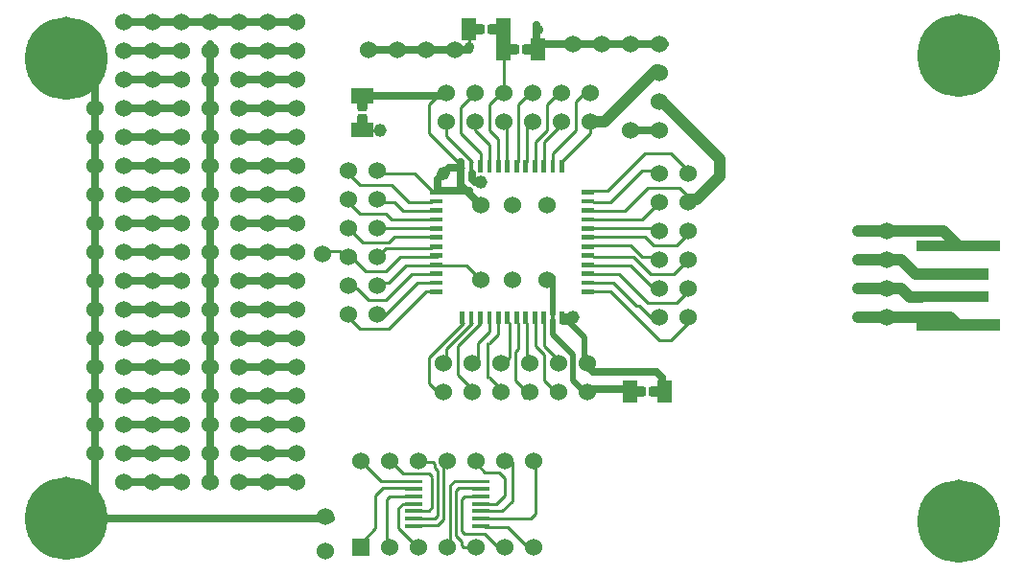
<source format=gbr>
G04 start of page 2 for group 0 idx 0 *
G04 Title: (unknown), top *
G04 Creator: pcb 4.2.0 *
G04 CreationDate: Mon May  4 13:26:18 2020 UTC *
G04 For: xpi *
G04 Format: Gerber/RS-274X *
G04 PCB-Dimensions (mil): 3500.00 2000.00 *
G04 PCB-Coordinate-Origin: lower left *
%MOIN*%
%FSLAX25Y25*%
%LNTOP*%
%ADD25C,0.0197*%
%ADD24C,0.1535*%
%ADD23C,0.0350*%
%ADD22C,0.0280*%
%ADD21C,0.0360*%
%ADD20C,0.0460*%
%ADD19C,0.0600*%
%ADD18C,0.0001*%
%ADD17C,0.0669*%
%ADD16C,0.2874*%
%ADD15C,0.0300*%
%ADD14C,0.0200*%
%ADD13C,0.0400*%
%ADD12C,0.0100*%
%ADD11C,0.0250*%
G54D11*X70000Y32500D02*Y185000D01*
X80000Y132500D02*X97500D01*
X80000Y122500D02*X97500D01*
X80000Y112500D02*X97500D01*
X80000Y42500D02*X97500D01*
X80000Y32500D02*X97500D01*
X80000Y182500D02*X97500D01*
X80000Y172500D02*X97500D01*
X80000Y162500D02*X97500D01*
X80000Y152500D02*X97500D01*
X80000Y142500D02*X97500D01*
X80000Y102500D02*X97500D01*
X80000Y92500D02*X97500D01*
X80000Y82500D02*X97500D01*
X40000Y192500D02*X101500D01*
X40000Y112500D02*X57500D01*
X40000Y122500D02*X57500D01*
X40000Y132500D02*X57500D01*
X40000Y142500D02*X57500D01*
X40000Y152500D02*X57500D01*
X40000Y162500D02*X57500D01*
X40000Y172500D02*X57500D01*
X40000Y182500D02*X57500D01*
X30000Y27500D02*Y177500D01*
X27500Y180000D01*
G54D12*X133000Y136000D02*X122000D01*
X128000Y140000D02*X141000D01*
X128000Y130000D02*X134000D01*
X122000Y136000D02*X118000Y140000D01*
X122000Y126000D02*X118000Y130000D01*
X141000Y140000D02*X147000Y134000D01*
Y130000D02*X139000D01*
X133000Y136000D02*X139000Y130000D01*
X134000D02*X137000Y127000D01*
G54D11*X154000Y183000D02*X155000Y184000D01*
G54D12*X167000Y150000D02*X162000Y155000D01*
G54D11*X134000Y183000D02*X135000Y184000D01*
X125000Y183000D02*X160000D01*
X183500Y191500D02*Y186000D01*
G54D12*X137000Y127000D02*X148000D01*
X133000Y124000D02*X131000Y126000D01*
X122000D01*
X147000Y124000D02*X133000D01*
X128000Y121000D02*X148000D01*
X147000Y118000D02*X134000D01*
X147000Y114000D02*X131000D01*
X136000Y111000D02*X149000D01*
X138000Y108000D02*X148000D01*
X140000Y105000D02*X148000D01*
X147000Y102000D02*X142000D01*
X147000Y99000D02*X145000D01*
X134000Y118000D02*X132000Y116000D01*
X123000D01*
X118000Y121000D01*
X131000Y114000D02*X128000Y111000D01*
X129000Y102000D02*X132000D01*
X138000Y108000D01*
X118000Y110000D02*X120000D01*
X124000Y106000D01*
X109000Y113000D02*X115000D01*
X117000Y111000D01*
X124000Y106000D02*X131000D01*
X136000Y111000D01*
X118000Y100000D02*X121000D01*
X125000Y96000D01*
X131000D01*
X140000Y105000D01*
X142000Y102000D02*X130000Y90000D01*
X145000Y99000D02*X132000Y86000D01*
X122000D01*
X118000Y90000D01*
G54D11*X80000Y72500D02*X97500D01*
X80000Y62500D02*X97500D01*
X80000Y52500D02*X97500D01*
X40000Y32500D02*X57500D01*
X40000Y42500D02*X57500D01*
X40000Y52500D02*X57500D01*
X40000Y62500D02*X57500D01*
X40000Y72500D02*X57500D01*
X40000Y82500D02*X57500D01*
X40000Y92500D02*X57500D01*
X40000Y102500D02*X57500D01*
X32000Y20000D02*X112000D01*
G54D12*X143500Y17500D02*X149000D01*
X151000Y19500D01*
X143500Y20000D02*X148000D01*
X149000Y21000D01*
X143500Y22500D02*X146000D01*
X147000Y24000D01*
X151000Y19500D02*Y38500D01*
X152500Y40000D01*
X149000Y21000D02*Y36500D01*
X147000Y24000D02*Y34000D01*
X153500Y31500D02*Y12500D01*
X149000Y36500D02*X148000Y37500D01*
X147000Y34500D02*X146000Y35500D01*
X137000D01*
X148000Y37500D02*Y39000D01*
X147500Y39500D01*
X143000D01*
X161500Y33000D02*X155000D01*
X161500Y30500D02*X156500D01*
X155500Y29500D01*
X165500Y36000D02*X163000Y38500D01*
X155000Y33000D02*X153500Y31500D01*
X137000Y35500D02*X133000Y39500D01*
X129500Y33000D02*X123500Y39000D01*
X130000Y30500D02*X127500Y28000D01*
Y16500D01*
X122000Y11000D01*
X131500Y26500D02*Y11500D01*
X132500Y10500D01*
X138500Y33000D02*X129500D01*
X138000Y30500D02*X130000D01*
X138500Y27500D02*X132500D01*
X131500Y26500D01*
X138500Y25000D02*X137000D01*
X135500Y23500D01*
Y16500D01*
X141500Y10500D01*
X153500Y12500D02*X152500Y11500D01*
X155500Y29500D02*Y14000D01*
X161500Y27500D02*X158500D01*
X157500Y26500D01*
Y15500D01*
X158500Y14500D01*
X155500Y14000D02*X157500Y12000D01*
Y10500D01*
X158000Y10000D01*
X160000D01*
X160500Y10500D01*
X158500Y14500D02*X165500D01*
X170500Y9500D01*
X165500Y17000D02*X173500D01*
X166000Y20000D02*X181500D01*
X183000Y21500D01*
X166000Y22500D02*X171500D01*
X166500Y25000D02*X169500D01*
X172500Y28000D01*
X173500Y17000D02*X180500Y10000D01*
X183000Y21500D02*Y39500D01*
X171500Y22500D02*X175000Y26000D01*
Y39500D01*
X174000Y40500D01*
X172500Y28000D02*Y34000D01*
X170500Y36000D01*
X165500D01*
G54D13*X324685Y120000D02*X329969Y114716D01*
X295000Y120000D02*X324685D01*
X295000Y110000D02*X310000D01*
X295000Y90000D02*X327126D01*
X295000Y100000D02*X310000D01*
X327126Y90000D02*X329969Y87157D01*
X310000Y110000D02*X315000Y105000D01*
X318000D01*
X310000Y100000D02*X313000Y97000D01*
X317000D01*
G54D12*X151000Y168000D02*X150000D01*
X146000Y164000D01*
Y154000D01*
X152000Y158000D02*Y153000D01*
X157000Y154000D02*Y163000D01*
X161000Y167000D01*
G54D11*X123000D02*X150000D01*
G54D12*X129000Y155000D02*X123000D01*
X146000Y154000D02*X158000Y142000D01*
X152000Y153000D02*X161000Y144000D01*
X164000D02*Y147000D01*
X157000Y154000D01*
G54D11*X153000Y142000D02*X157000D01*
X160000Y133000D02*X164000Y129000D01*
X161000Y132000D01*
X157000Y144000D02*Y136000D01*
X163000Y130000D01*
X161000Y140000D02*Y138000D01*
X162000Y137000D01*
X150000Y134000D02*X160000D01*
X149000D02*Y138000D01*
X153000Y142000D01*
G54D12*X167000Y144000D02*Y150000D01*
X170000Y144500D02*Y152000D01*
X173000Y144000D02*Y156000D01*
X170000Y152000D02*X167000Y155000D01*
Y164000D01*
X171000Y168000D01*
X173000Y156000D02*X172000Y157000D01*
X177000Y144000D02*Y164000D01*
X172000Y169000D02*Y182000D01*
X184000Y183000D02*Y191000D01*
X160000Y184000D02*Y190000D01*
X177000Y164000D02*X181000Y168000D01*
X187000Y164000D02*X191000Y168000D01*
X197000Y165000D02*X201000Y169000D01*
X180000Y144000D02*Y156000D01*
X183000Y144000D02*Y151000D01*
X186000Y144000D02*Y151000D01*
X180000Y156000D02*X182000Y158000D01*
X183000Y151000D02*X187000Y155000D01*
Y164000D01*
X186000Y151000D02*X191000Y156000D01*
X197000Y155000D02*Y165000D01*
X189000Y144000D02*Y147000D01*
X197000Y155000D01*
X192000Y144000D02*X202000Y154000D01*
Y157000D01*
G54D13*Y158000D02*X207000D01*
G54D11*X205000Y185000D02*X206000Y186000D01*
X185000Y185000D02*X228000D01*
X183500Y186000D02*X184500Y185000D01*
G54D12*X202000Y134000D02*X208000D01*
X203000Y130000D02*X209000D01*
X202000Y127000D02*X214000D01*
X208000Y134000D02*X221000Y147000D01*
X209000Y130000D02*X220000Y141000D01*
X214000Y127000D02*X222000Y135000D01*
X220000Y124000D02*X226000Y130000D01*
X203000Y124000D02*X220000D01*
X202000Y121000D02*X225000D01*
X202000Y118000D02*X221000D01*
G54D13*X207000Y158000D02*X225000Y176000D01*
G54D11*X216000Y155000D02*X226000D01*
X225000Y185000D02*X226000Y186000D01*
G54D12*X221000Y147000D02*X230000D01*
X236000Y141000D01*
X220000D02*X225000D01*
X226000Y140000D01*
X222000Y135000D02*X233000D01*
X236000Y132000D01*
G54D13*Y131000D02*X239000D01*
X247000Y139000D01*
Y145000D01*
X227000Y165000D01*
G54D12*X225000Y121000D02*X226000Y120000D01*
X221000Y118000D02*X224000Y115000D01*
X232000D01*
X237000Y120000D01*
X223000Y105000D02*X231000D01*
X222000Y95000D02*X232000D01*
X236000Y99000D01*
X231000Y105000D02*X235000Y109000D01*
X203000Y115000D02*X216000D01*
X220000Y111000D01*
X217000D02*X223000Y105000D01*
X216000Y108000D02*X224000Y100000D01*
X220000Y111000D02*X226000D01*
X203000D02*X217000D01*
X203000Y108000D02*X216000D01*
X203000Y105000D02*X212000D01*
X203000Y102000D02*X210000D01*
X212000Y105000D02*X222000Y95000D01*
X210000Y102000D02*X218000Y94000D01*
X219000D01*
X225000Y88000D01*
X202000Y99000D02*X209000D01*
X226000Y82000D01*
X230000D01*
X237000Y89000D01*
X150000Y74000D02*X149000D01*
X160000Y64000D02*Y66000D01*
X156000Y70000D01*
X146000Y67000D02*X150000Y63000D01*
X152000Y79000D02*Y76000D01*
X156000Y70000D02*Y80000D01*
X152000Y76000D02*X151000Y75000D01*
X146000Y67000D02*Y76000D01*
X150000Y80000D01*
X172000Y62000D02*X171000Y63000D01*
X179000Y62000D02*X181000Y64000D01*
X170000D02*Y66000D01*
X167000Y69000D01*
X176000Y68000D02*X181000Y63000D01*
X186000Y68000D02*X190000Y64000D01*
G54D14*X196000Y68000D02*X200000Y64000D01*
G54D11*X201000Y65000D02*X215000D01*
X227000D02*Y69000D01*
X225000Y71000D01*
X203000D01*
G54D12*X158000Y88000D02*X150000Y80000D01*
X161000Y88000D02*X152000Y79000D01*
X156000Y80000D02*X164000Y88000D01*
X150000Y108000D02*X159000D01*
X164000Y103000D01*
X167000Y88000D02*Y85000D01*
X163000Y81000D01*
Y75000D01*
X162000Y74000D01*
X166500Y69000D02*Y81000D01*
X167000D02*X170000Y84000D01*
Y88000D01*
X174000D02*Y76000D01*
X177000Y88000D02*Y79000D01*
X180000Y88000D02*Y76000D01*
X174000D02*X172000Y74000D01*
X177000Y79000D02*X176000Y78000D01*
Y68000D01*
X180000Y76000D02*X181000Y75000D01*
X183000Y88000D02*Y80000D01*
X186000Y77000D01*
Y88000D02*Y80000D01*
Y77000D02*Y68000D01*
Y80000D02*X190000Y76000D01*
G54D14*X196000Y77000D02*Y68000D01*
X195000Y88000D02*X200000Y83000D01*
Y74000D01*
X189000Y89000D02*Y84000D01*
X196000Y77000D01*
G54D12*X192000Y88000D02*X195000D01*
G54D14*X189000Y91000D02*Y104000D01*
G54D15*X196000Y90000D02*X193000D01*
G54D11*X203000Y71000D02*X200000Y74000D01*
G54D16*X330000Y19000D03*
G54D17*Y7977D03*
X320453Y13489D03*
Y24511D03*
X330000Y30023D03*
X339547Y13489D03*
Y24511D03*
X20000Y191023D03*
X29547Y174489D03*
Y185511D03*
G54D16*X20000Y180000D03*
G54D17*Y168977D03*
X10453Y174489D03*
Y185511D03*
G54D16*X330000Y181000D03*
G54D17*Y169977D03*
X320453Y175489D03*
Y186511D03*
X330000Y192023D03*
X339547Y175489D03*
Y186511D03*
G54D16*X20000Y20000D03*
G54D17*Y8977D03*
X10453Y14489D03*
Y25511D03*
X20000Y31023D03*
X29547Y14489D03*
Y25511D03*
G54D18*G36*
X119500Y13000D02*Y7000D01*
X125500D01*
Y13000D01*
X119500D01*
G37*
G54D19*X132500Y10000D03*
X142500D03*
X152500D03*
X162500D03*
X172500D03*
X182500D03*
Y40000D03*
X172500D03*
X162500D03*
X152500D03*
X142500D03*
X132500D03*
X122500D03*
G54D18*G36*
X121623Y160410D02*Y158442D01*
X124377D01*
Y160410D01*
X121623D01*
G37*
G36*
Y163558D02*Y161590D01*
X124377D01*
Y163558D01*
X121623D01*
G37*
G36*
X121032Y159917D02*Y156965D01*
X124968D01*
Y159917D01*
X121032D01*
G37*
G36*
Y165035D02*Y162083D01*
X124968D01*
Y165035D01*
X121032D01*
G37*
G36*
X119260Y157654D02*Y152536D01*
X126740D01*
Y157654D01*
X119260D01*
G37*
G36*
Y169464D02*Y164346D01*
X126740D01*
Y169464D01*
X119260D01*
G37*
G36*
X177410Y184377D02*X175442D01*
Y181623D01*
X177410D01*
Y184377D01*
G37*
G36*
X176917Y184968D02*X173965D01*
Y181032D01*
X176917D01*
Y184968D01*
G37*
G36*
X174654Y186740D02*X169536D01*
Y179260D01*
X174654D01*
Y186740D01*
G37*
G36*
X180558Y184377D02*X178590D01*
Y181623D01*
X180558D01*
Y184377D01*
G37*
G36*
X182035Y184968D02*X179083D01*
Y181032D01*
X182035D01*
Y184968D01*
G37*
G36*
X186464Y186740D02*X181346D01*
Y179260D01*
X186464D01*
Y186740D01*
G37*
G36*
X165410Y191377D02*X163442D01*
Y188623D01*
X165410D01*
Y191377D01*
G37*
G36*
X168558D02*X166590D01*
Y188623D01*
X168558D01*
Y191377D01*
G37*
G36*
X164917Y191968D02*X161965D01*
Y188032D01*
X164917D01*
Y191968D01*
G37*
G36*
X170035D02*X167083D01*
Y188032D01*
X170035D01*
Y191968D01*
G37*
G36*
X162654Y193740D02*X157536D01*
Y186260D01*
X162654D01*
Y193740D01*
G37*
G36*
X174464D02*X169346D01*
Y186260D01*
X174464D01*
Y193740D01*
G37*
G36*
X315401Y116685D02*Y112748D01*
X344535D01*
Y116685D01*
X315401D01*
G37*
G36*
Y106843D02*Y102906D01*
X340598D01*
Y106843D01*
X315401D01*
G37*
G36*
Y98969D02*Y95032D01*
X340598D01*
Y98969D01*
X315401D01*
G37*
G36*
Y89126D02*Y85189D01*
X344535D01*
Y89126D01*
X315401D01*
G37*
G36*
X146378Y134109D02*Y132535D01*
X150878D01*
Y134109D01*
X146378D01*
G37*
G36*
Y130960D02*Y129386D01*
X150878D01*
Y130960D01*
X146378D01*
G37*
G36*
Y127810D02*Y126236D01*
X150878D01*
Y127810D01*
X146378D01*
G37*
G36*
Y124661D02*Y123087D01*
X150878D01*
Y124661D01*
X146378D01*
G37*
G36*
Y121511D02*Y119937D01*
X150878D01*
Y121511D01*
X146378D01*
G37*
G36*
Y118361D02*Y116787D01*
X150878D01*
Y118361D01*
X146378D01*
G37*
G36*
Y115212D02*Y113638D01*
X150878D01*
Y115212D01*
X146378D01*
G37*
G36*
Y112062D02*Y110488D01*
X150878D01*
Y112062D01*
X146378D01*
G37*
G36*
Y108913D02*Y107339D01*
X150878D01*
Y108913D01*
X146378D01*
G37*
G36*
Y105763D02*Y104189D01*
X150878D01*
Y105763D01*
X146378D01*
G37*
G36*
Y102613D02*Y101039D01*
X150878D01*
Y102613D01*
X146378D01*
G37*
G36*
Y99464D02*Y97890D01*
X150878D01*
Y99464D01*
X146378D01*
G37*
G36*
X158465Y91878D02*X156891D01*
Y87378D01*
X158465D01*
Y91878D01*
G37*
G36*
X161614D02*X160040D01*
Y87378D01*
X161614D01*
Y91878D01*
G37*
G36*
X164764D02*X163190D01*
Y87378D01*
X164764D01*
Y91878D01*
G37*
G36*
X167913D02*X166339D01*
Y87378D01*
X167913D01*
Y91878D01*
G37*
G36*
X171063D02*X169489D01*
Y87378D01*
X171063D01*
Y91878D01*
G37*
G36*
X174213D02*X172639D01*
Y87378D01*
X174213D01*
Y91878D01*
G37*
G36*
X177362D02*X175788D01*
Y87378D01*
X177362D01*
Y91878D01*
G37*
G36*
X180512D02*X178938D01*
Y87378D01*
X180512D01*
Y91878D01*
G37*
G36*
X183661D02*X182087D01*
Y87378D01*
X183661D01*
Y91878D01*
G37*
G36*
X186811D02*X185237D01*
Y87378D01*
X186811D01*
Y91878D01*
G37*
G36*
X189961D02*X188387D01*
Y87378D01*
X189961D01*
Y91878D01*
G37*
G36*
X193110D02*X191536D01*
Y87378D01*
X193110D01*
Y91878D01*
G37*
G36*
X199122Y99465D02*Y97891D01*
X203622D01*
Y99465D01*
X199122D01*
G37*
G36*
Y102614D02*Y101040D01*
X203622D01*
Y102614D01*
X199122D01*
G37*
G36*
Y105764D02*Y104190D01*
X203622D01*
Y105764D01*
X199122D01*
G37*
G36*
Y108913D02*Y107339D01*
X203622D01*
Y108913D01*
X199122D01*
G37*
G36*
Y112063D02*Y110489D01*
X203622D01*
Y112063D01*
X199122D01*
G37*
G36*
Y115213D02*Y113639D01*
X203622D01*
Y115213D01*
X199122D01*
G37*
G36*
Y118362D02*Y116788D01*
X203622D01*
Y118362D01*
X199122D01*
G37*
G36*
Y121512D02*Y119938D01*
X203622D01*
Y121512D01*
X199122D01*
G37*
G36*
Y124661D02*Y123087D01*
X203622D01*
Y124661D01*
X199122D01*
G37*
G36*
Y127811D02*Y126237D01*
X203622D01*
Y127811D01*
X199122D01*
G37*
G36*
Y130961D02*Y129387D01*
X203622D01*
Y130961D01*
X199122D01*
G37*
G36*
Y134110D02*Y132536D01*
X203622D01*
Y134110D01*
X199122D01*
G37*
G36*
X193109Y144622D02*X191535D01*
Y140122D01*
X193109D01*
Y144622D01*
G37*
G36*
X189960D02*X188386D01*
Y140122D01*
X189960D01*
Y144622D01*
G37*
G36*
X186810D02*X185236D01*
Y140122D01*
X186810D01*
Y144622D01*
G37*
G36*
X183661D02*X182087D01*
Y140122D01*
X183661D01*
Y144622D01*
G37*
G36*
X180511D02*X178937D01*
Y140122D01*
X180511D01*
Y144622D01*
G37*
G36*
X177361D02*X175787D01*
Y140122D01*
X177361D01*
Y144622D01*
G37*
G36*
X174212D02*X172638D01*
Y140122D01*
X174212D01*
Y144622D01*
G37*
G36*
X171062D02*X169488D01*
Y140122D01*
X171062D01*
Y144622D01*
G37*
G36*
X167913D02*X166339D01*
Y140122D01*
X167913D01*
Y144622D01*
G37*
G36*
X164763D02*X163189D01*
Y140122D01*
X164763D01*
Y144622D01*
G37*
G36*
X161613D02*X160039D01*
Y140122D01*
X161613D01*
Y144622D01*
G37*
G36*
X158464D02*X156890D01*
Y140122D01*
X158464D01*
Y144622D01*
G37*
G36*
X221410Y65377D02*X219442D01*
Y62623D01*
X221410D01*
Y65377D01*
G37*
G36*
X224558D02*X222590D01*
Y62623D01*
X224558D01*
Y65377D01*
G37*
G36*
X220917Y65968D02*X217965D01*
Y62032D01*
X220917D01*
Y65968D01*
G37*
G36*
X226035D02*X223083D01*
Y62032D01*
X226035D01*
Y65968D01*
G37*
G36*
X218654Y67740D02*X213536D01*
Y60260D01*
X218654D01*
Y67740D01*
G37*
G36*
X230464D02*X225346D01*
Y60260D01*
X230464D01*
Y67740D01*
G37*
G36*
X137934Y33326D02*Y32027D01*
X143838D01*
Y33326D01*
X137934D01*
G37*
G36*
X161162D02*Y32027D01*
X167066D01*
Y33326D01*
X161162D01*
G37*
G36*
X137934Y30768D02*Y29468D01*
X143838D01*
Y30768D01*
X137934D01*
G37*
G36*
X161162D02*Y29468D01*
X167066D01*
Y30768D01*
X161162D01*
G37*
G36*
X137934Y28208D02*Y26910D01*
X143838D01*
Y28208D01*
X137934D01*
G37*
G36*
X161162D02*Y26910D01*
X167066D01*
Y28208D01*
X161162D01*
G37*
G36*
X137934Y25650D02*Y24350D01*
X143838D01*
Y25650D01*
X137934D01*
G37*
G36*
X161162D02*Y24350D01*
X167066D01*
Y25650D01*
X161162D01*
G37*
G36*
X137934Y23090D02*Y21792D01*
X143838D01*
Y23090D01*
X137934D01*
G37*
G36*
Y20532D02*Y19232D01*
X143838D01*
Y20532D01*
X137934D01*
G37*
G36*
Y17972D02*Y16674D01*
X143838D01*
Y17972D01*
X137934D01*
G37*
G36*
X161162D02*Y16674D01*
X167066D01*
Y17972D01*
X161162D01*
G37*
G36*
Y20532D02*Y19232D01*
X167066D01*
Y20532D01*
X161162D01*
G37*
G36*
Y23090D02*Y21792D01*
X167066D01*
Y23090D01*
X161162D01*
G37*
G54D19*X128000Y111000D03*
X236000Y110000D03*
X118000Y111000D03*
X128000Y101000D03*
X118000D03*
X236000Y100000D03*
X164000Y103000D03*
X175000D03*
X187000D03*
X128000Y91000D03*
X118000D03*
X236000Y90000D03*
G54D20*X196000D03*
G54D19*X171000Y74000D03*
X201000D03*
X191000D03*
X181000D03*
X171000Y64000D03*
X161000D03*
X151000D03*
X201000D03*
X191000D03*
X181000D03*
X161000Y74000D03*
X151000D03*
X100000Y72500D03*
Y62500D03*
Y52500D03*
Y42500D03*
Y32500D03*
X90000D03*
X110000Y20500D03*
Y8500D03*
X90000Y52500D03*
Y42500D03*
X80000Y82500D03*
Y72500D03*
Y62500D03*
Y52500D03*
Y42500D03*
Y32500D03*
X305000Y110000D03*
Y100000D03*
Y90000D03*
Y120000D03*
X236000Y140000D03*
Y130000D03*
Y120000D03*
X226000Y140000D03*
Y130000D03*
Y120000D03*
Y110000D03*
Y100000D03*
Y90000D03*
X172000Y168000D03*
Y158000D03*
X162000Y168000D03*
Y158000D03*
X192000Y168000D03*
X182000D03*
X187000Y129000D03*
X175000D03*
X164000D03*
G54D20*Y137000D03*
G54D19*X152000Y168000D03*
Y158000D03*
G54D20*X151000Y140000D03*
G54D21*X160000Y184000D03*
G54D19*X155000Y183000D03*
X145000D03*
X202000Y168000D03*
G54D21*X184000Y190000D03*
G54D19*X206000Y185000D03*
X196000D03*
X202000Y158000D03*
X192000D03*
X182000D03*
X216000Y155000D03*
X226000Y185000D03*
Y175000D03*
Y165000D03*
Y155000D03*
X216000Y185000D03*
X128000Y141000D03*
Y131000D03*
Y121000D03*
X118000Y141000D03*
Y131000D03*
Y121000D03*
G54D20*X129000Y155000D03*
G54D19*X135000Y183000D03*
X125000D03*
X100000Y182500D03*
X90000D03*
X100000Y172500D03*
X90000D03*
Y162500D03*
X80000Y182500D03*
Y172500D03*
Y162500D03*
X100000Y192500D03*
X90000D03*
X80000D03*
X100000Y162500D03*
Y152500D03*
Y142500D03*
Y132500D03*
Y122500D03*
Y112500D03*
X90000Y152500D03*
Y142500D03*
Y132500D03*
Y122500D03*
X80000Y152500D03*
Y142500D03*
Y132500D03*
Y122500D03*
X109000Y112000D03*
X90000Y112500D03*
Y102500D03*
Y92500D03*
Y82500D03*
Y72500D03*
Y62500D03*
X80000Y112500D03*
Y102500D03*
Y92500D03*
X100000Y102500D03*
Y92500D03*
Y82500D03*
X50000Y112500D03*
Y102500D03*
Y92500D03*
Y82500D03*
Y72500D03*
Y62500D03*
X40000Y112500D03*
Y102500D03*
Y92500D03*
X60000Y102500D03*
Y92500D03*
Y82500D03*
Y72500D03*
Y62500D03*
Y52500D03*
Y42500D03*
Y32500D03*
X50000D03*
Y52500D03*
Y42500D03*
X40000Y82500D03*
Y72500D03*
Y62500D03*
Y52500D03*
Y42500D03*
Y32500D03*
X70000Y162500D03*
Y152500D03*
Y142500D03*
Y132500D03*
Y122500D03*
Y112500D03*
Y102500D03*
Y92500D03*
Y82500D03*
Y72500D03*
Y62500D03*
Y52500D03*
Y42500D03*
Y32500D03*
X60000Y182500D03*
X50000D03*
X60000Y172500D03*
X50000D03*
Y162500D03*
X40000Y182500D03*
Y172500D03*
Y162500D03*
Y192500D03*
X70000Y182500D03*
Y192500D03*
Y172500D03*
X60000Y192500D03*
X50000D03*
X60000Y162500D03*
Y152500D03*
Y142500D03*
Y132500D03*
Y122500D03*
Y112500D03*
X50000Y152500D03*
Y142500D03*
Y132500D03*
Y122500D03*
X40000Y152500D03*
Y142500D03*
Y132500D03*
Y122500D03*
X30000Y162500D03*
Y152500D03*
Y142500D03*
Y132500D03*
Y122500D03*
Y112500D03*
Y102500D03*
Y92500D03*
Y82500D03*
Y72500D03*
Y62500D03*
Y52500D03*
Y42500D03*
G54D22*G54D23*G54D22*G54D14*G54D22*G54D23*G54D14*G54D22*G54D14*G54D22*G54D14*G54D22*G54D14*G54D22*G54D24*G54D25*G54D24*G54D25*G54D24*G54D25*G54D24*G54D25*G54D22*M02*

</source>
